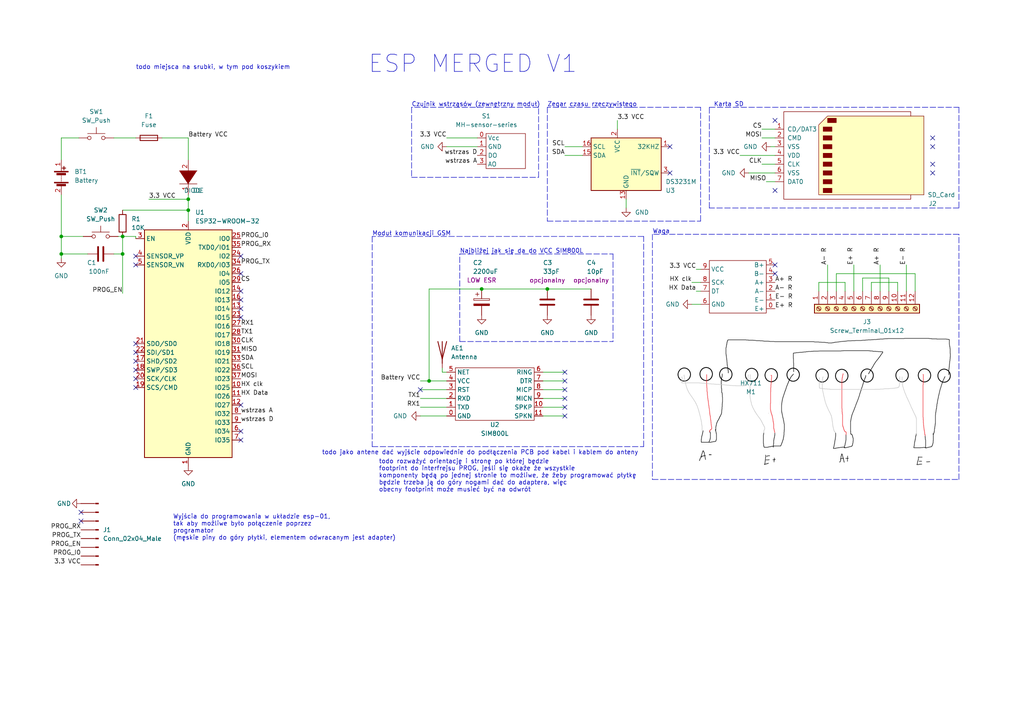
<source format=kicad_sch>
(kicad_sch (version 20211123) (generator eeschema)
  (paper "A4")
  (lib_symbols
    (symbol "Connector:Conn_01x08_Male" (pin_numbers hide) (pin_names (offset 1.016) hide)
      (property "Reference" "J" (at 0 10.16 0))
      (property "Value" "Conn_01x08_Male" (at 0 -12.7 0))
      (symbol "Conn_01x08_Male_1_1"
        (polyline (pts (xy 1.27 -10.16) (xy 0.8636 -10.16)) (stroke (width 0.1524)))
        (polyline (pts (xy 1.27 -7.62) (xy 0.8636 -7.62)) (stroke (width 0.1524)))
        (polyline (pts (xy 1.27 -5.08) (xy 0.8636 -5.08)) (stroke (width 0.1524)))
        (polyline (pts (xy 1.27 -2.54) (xy 0.8636 -2.54)) (stroke (width 0.1524)))
        (polyline (pts (xy 1.27 0) (xy 0.8636 0)) (stroke (width 0.1524)))
        (polyline (pts (xy 1.27 2.54) (xy 0.8636 2.54)) (stroke (width 0.1524)))
        (polyline (pts (xy 1.27 5.08) (xy 0.8636 5.08)) (stroke (width 0.1524)))
        (polyline (pts (xy 1.27 7.62) (xy 0.8636 7.62)) (stroke (width 0.1524)))
        (rectangle (start 0.8636 -10.033) (end 0 -10.287) (stroke (width 0.1524)) (fill (type outline)))
        (rectangle (start 0.8636 -7.493) (end 0 -7.747) (stroke (width 0.1524)) (fill (type outline)))
        (rectangle (start 0.8636 -4.953) (end 0 -5.207) (stroke (width 0.1524)) (fill (type outline)))
        (rectangle (start 0.8636 -2.413) (end 0 -2.667) (stroke (width 0.1524)) (fill (type outline)))
        (rectangle (start 0.8636 0.127) (end 0 -0.127) (stroke (width 0.1524)) (fill (type outline)))
        (rectangle (start 0.8636 2.667) (end 0 2.413) (stroke (width 0.1524)) (fill (type outline)))
        (rectangle (start 0.8636 5.207) (end 0 4.953) (stroke (width 0.1524)) (fill (type outline)))
        (rectangle (start 0.8636 7.747) (end 0 7.493) (stroke (width 0.1524)) (fill (type outline)))
        (pin passive line (at 5.08 7.62 180) (length 3.81) (name "Pin_1") (number "1"))
        (pin passive line (at 5.08 5.08 180) (length 3.81) (name "Pin_2") (number "2"))
        (pin passive line (at 5.08 2.54 180) (length 3.81) (name "Pin_3") (number "3"))
        (pin passive line (at 5.08 0 180) (length 3.81) (name "Pin_4") (number "4"))
        (pin passive line (at 5.08 -2.54 180) (length 3.81) (name "Pin_5") (number "5"))
        (pin passive line (at 5.08 -5.08 180) (length 3.81) (name "Pin_6") (number "6"))
        (pin passive line (at 5.08 -7.62 180) (length 3.81) (name "Pin_7") (number "7"))
        (pin passive line (at 5.08 -10.16 180) (length 3.81) (name "Pin_8") (number "8"))
      )
    )
    (symbol "Connector:SD_Card" (pin_names (offset 1.016))
      (property "Reference" "J2" (at 22.86 -13.97 0))
      (property "Value" "SD_Card" (at 25.4 -11.43 0))
      (symbol "SD_Card_0_1"
        (rectangle (start -8.89 -9.525) (end -6.35 -10.795) (fill (type outline)))
        (rectangle (start -8.89 -6.985) (end -6.35 -8.255) (fill (type outline)))
        (rectangle (start -8.89 -4.445) (end -6.35 -5.715) (fill (type outline)))
        (rectangle (start -8.89 -1.905) (end -6.35 -3.175) (fill (type outline)))
        (rectangle (start -8.89 0.635) (end -6.35 -0.635) (fill (type outline)))
        (rectangle (start -8.89 3.175) (end -6.35 1.905) (fill (type outline)))
        (rectangle (start -8.89 5.715) (end -6.35 4.445) (fill (type outline)))
        (rectangle (start -8.89 8.255) (end -6.35 6.985) (fill (type outline)))
        (rectangle (start -7.62 10.795) (end -5.08 9.525) (fill (type outline)))
        (polyline (pts (xy -10.16 8.89) (xy -7.62 11.43) (xy 20.32 11.43) (xy 20.32 -11.43) (xy -10.16 -11.43) (xy -10.16 8.89)) (fill (type background)))
        (polyline (pts (xy 16.51 11.43) (xy 16.51 12.7) (xy -20.32 12.7) (xy -20.32 -12.7) (xy 16.51 -12.7) (xy 16.51 -11.43)))
      )
      (symbol "SD_Card_1_1"
        (pin input line (at -22.86 7.62 0) (length 2.54) (name "CD/DAT3") (number "1"))
        (pin input line (at -22.86 5.08 0) (length 2.54) (name "CMD") (number "2"))
        (pin power_in line (at -22.86 2.54 0) (length 2.54) (name "VSS") (number "3"))
        (pin passive line (at -22.86 0 0) (length 2.54) (name "VDD") (number "4"))
        (pin input line (at -22.86 -2.54 0) (length 2.54) (name "CLK") (number "5"))
        (pin power_in line (at -22.86 -5.08 0) (length 2.54) (name "VSS") (number "6"))
        (pin input line (at -22.86 -7.62 0) (length 2.54) (name "DAT0") (number "7"))
      )
    )
    (symbol "Connector:Screw_Terminal_01x12" (pin_names (offset 1.016) hide)
      (property "Reference" "J" (at 0 15.24 0))
      (property "Value" "Screw_Terminal_01x12" (at 0 -17.78 0))
      (symbol "Screw_Terminal_01x12_1_1"
        (rectangle (start -1.27 13.97) (end 1.27 -16.51) (stroke (width 0.254)) (fill (type background)))
        (circle (center 0 -15.24) (radius 0.635) (stroke (width 0.1524)))
        (circle (center 0 -12.7) (radius 0.635) (stroke (width 0.1524)))
        (circle (center 0 -10.16) (radius 0.635) (stroke (width 0.1524)))
        (circle (center 0 -7.62) (radius 0.635) (stroke (width 0.1524)))
        (circle (center 0 -5.08) (radius 0.635) (stroke (width 0.1524)))
        (circle (center 0 -2.54) (radius 0.635) (stroke (width 0.1524)))
        (polyline (pts (xy -0.5334 -14.9098) (xy 0.3302 -15.748)) (stroke (width 0.1524)))
        (polyline (pts (xy -0.5334 -12.3698) (xy 0.3302 -13.208)) (stroke (width 0.1524)))
        (polyline (pts (xy -0.5334 -9.8298) (xy 0.3302 -10.668)) (stroke (width 0.1524)))
        (polyline (pts (xy -0.5334 -7.2898) (xy 0.3302 -8.128)) (stroke (width 0.1524)))
        (polyline (pts (xy -0.5334 -4.7498) (xy 0.3302 -5.588)) (stroke (width 0.1524)))
        (polyline (pts (xy -0.5334 -2.2098) (xy 0.3302 -3.048)) (stroke (width 0.1524)))
        (polyline (pts (xy -0.5334 0.3302) (xy 0.3302 -0.508)) (stroke (width 0.1524)))
        (polyline (pts (xy -0.5334 2.8702) (xy 0.3302 2.032)) (stroke (width 0.1524)))
        (polyline (pts (xy -0.5334 5.4102) (xy 0.3302 4.572)) (stroke (width 0.1524)))
        (polyline (pts (xy -0.5334 7.9502) (xy 0.3302 7.112)) (stroke (width 0.1524)))
        (polyline (pts (xy -0.5334 10.4902) (xy 0.3302 9.652)) (stroke (width 0.1524)))
        (polyline (pts (xy -0.5334 13.0302) (xy 0.3302 12.192)) (stroke (width 0.1524)))
        (polyline (pts (xy -0.3556 -14.732) (xy 0.508 -15.5702)) (stroke (width 0.1524)))
        (polyline (pts (xy -0.3556 -12.192) (xy 0.508 -13.0302)) (stroke (width 0.1524)))
        (polyline (pts (xy -0.3556 -9.652) (xy 0.508 -10.4902)) (stroke (width 0.1524)))
        (polyline (pts (xy -0.3556 -7.112) (xy 0.508 -7.9502)) (stroke (width 0.1524)))
        (polyline (pts (xy -0.3556 -4.572) (xy 0.508 -5.4102)) (stroke (width 0.1524)))
        (polyline (pts (xy -0.3556 -2.032) (xy 0.508 -2.8702)) (stroke (width 0.1524)))
        (polyline (pts (xy -0.3556 0.508) (xy 0.508 -0.3302)) (stroke (width 0.1524)))
        (polyline (pts (xy -0.3556 3.048) (xy 0.508 2.2098)) (stroke (width 0.1524)))
        (polyline (pts (xy -0.3556 5.588) (xy 0.508 4.7498)) (stroke (width 0.1524)))
        (polyline (pts (xy -0.3556 8.128) (xy 0.508 7.2898)) (stroke (width 0.1524)))
        (polyline (pts (xy -0.3556 10.668) (xy 0.508 9.8298)) (stroke (width 0.1524)))
        (polyline (pts (xy -0.3556 13.208) (xy 0.508 12.3698)) (stroke (width 0.1524)))
        (circle (center 0 0) (radius 0.635) (stroke (width 0.1524)))
        (circle (center 0 2.54) (radius 0.635) (stroke (width 0.1524)))
        (circle (center 0 5.08) (radius 0.635) (stroke (width 0.1524)))
        (circle (center 0 7.62) (radius 0.635) (stroke (width 0.1524)))
        (circle (center 0 10.16) (radius 0.635) (stroke (width 0.1524)))
        (circle (center 0 12.7) (radius 0.635) (stroke (width 0.1524)))
        (pin passive line (at -5.08 12.7 0) (length 3.81) (name "Pin_1") (number "1"))
        (pin passive line (at -5.08 -10.16 0) (length 3.81) (name "Pin_10") (number "10"))
        (pin passive line (at -5.08 -12.7 0) (length 3.81) (name "Pin_11") (number "11"))
        (pin passive line (at -5.08 -15.24 0) (length 3.81) (name "Pin_12") (number "12"))
        (pin passive line (at -5.08 10.16 0) (length 3.81) (name "Pin_2") (number "2"))
        (pin passive line (at -5.08 7.62 0) (length 3.81) (name "Pin_3") (number "3"))
        (pin passive line (at -5.08 5.08 0) (length 3.81) (name "Pin_4") (number "4"))
        (pin passive line (at -5.08 2.54 0) (length 3.81) (name "Pin_5") (number "5"))
        (pin passive line (at -5.08 0 0) (length 3.81) (name "Pin_6") (number "6"))
        (pin passive line (at -5.08 -2.54 0) (length 3.81) (name "Pin_7") (number "7"))
        (pin passive line (at -5.08 -5.08 0) (length 3.81) (name "Pin_8") (number "8"))
        (pin passive line (at -5.08 -7.62 0) (length 3.81) (name "Pin_9") (number "9"))
      )
    )
    (symbol "Device:Antenna" (pin_numbers hide) (pin_names (offset 1.016) hide)
      (property "Reference" "AE" (at -1.905 1.905 0))
      (property "Value" "Antenna" (at -1.905 0 0))
      (symbol "Antenna_0_1"
        (polyline (pts (xy 0 2.54) (xy 0 -3.81)) (stroke (width 0.254)))
        (polyline (pts (xy 1.27 2.54) (xy 0 -2.54) (xy -1.27 2.54)) (stroke (width 0.254)))
      )
      (symbol "Antenna_1_1"
        (pin input line (at 0 -5.08 90) (length 2.54) (name "A") (number "1"))
      )
    )
    (symbol "Device:Battery" (pin_names (offset 0) hide)
      (property "Reference" "BT" (at 2.54 2.54 0))
      (property "Value" "Battery" (at 2.54 0 0))
      (symbol "Battery_0_1"
        (rectangle (start -2.032 -1.397) (end 2.032 -1.651) (fill (type outline)))
        (rectangle (start -2.032 1.778) (end 2.032 1.524) (fill (type outline)))
        (rectangle (start -1.3208 -1.9812) (end 1.27 -2.4892) (fill (type outline)))
        (rectangle (start -1.3208 1.1938) (end 1.27 0.6858) (fill (type outline)))
        (polyline (pts (xy 0 -1.524) (xy 0 -1.27)))
        (polyline (pts (xy 0 -1.016) (xy 0 -0.762)))
        (polyline (pts (xy 0 -0.508) (xy 0 -0.254)))
        (polyline (pts (xy 0 0) (xy 0 0.254)))
        (polyline (pts (xy 0 0.508) (xy 0 0.762)))
        (polyline (pts (xy 0 1.778) (xy 0 2.54)))
        (polyline (pts (xy 0.254 2.667) (xy 1.27 2.667)) (stroke (width 0.254)))
        (polyline (pts (xy 0.762 3.175) (xy 0.762 2.159)) (stroke (width 0.254)))
      )
      (symbol "Battery_1_1"
        (pin passive line (at 0 5.08 270) (length 2.54) (name "+") (number "1"))
        (pin passive line (at 0 -5.08 90) (length 2.54) (name "-") (number "2"))
      )
    )
    (symbol "Device:C" (pin_numbers hide) (pin_names (offset 0.254))
      (property "Reference" "C" (at 0.635 2.54 0))
      (property "Value" "C" (at 0.635 -2.54 0))
      (symbol "C_0_1"
        (polyline (pts (xy -2.032 -0.762) (xy 2.032 -0.762)) (stroke (width 0.508)))
        (polyline (pts (xy -2.032 0.762) (xy 2.032 0.762)) (stroke (width 0.508)))
      )
      (symbol "C_1_1"
        (pin passive line (at 0 3.81 270) (length 2.794) (name "~") (number "1"))
        (pin passive line (at 0 -3.81 90) (length 2.794) (name "~") (number "2"))
      )
    )
    (symbol "Device:C_Polarized" (pin_numbers hide) (pin_names (offset 0.254))
      (property "Reference" "C" (at 0.635 2.54 0))
      (property "Value" "C_Polarized" (at 0.635 -2.54 0))
      (symbol "C_Polarized_0_1"
        (rectangle (start -2.286 0.508) (end 2.286 1.016))
        (polyline (pts (xy -1.778 2.286) (xy -0.762 2.286)))
        (polyline (pts (xy -1.27 2.794) (xy -1.27 1.778)))
        (rectangle (start 2.286 -0.508) (end -2.286 -1.016) (fill (type outline)))
      )
      (symbol "C_Polarized_1_1"
        (pin passive line (at 0 3.81 270) (length 2.794) (name "~") (number "1"))
        (pin passive line (at 0 -3.81 90) (length 2.794) (name "~") (number "2"))
      )
    )
    (symbol "Device:Fuse" (pin_numbers hide) (pin_names (offset 0))
      (property "Reference" "F" (at 2.032 0 90))
      (property "Value" "Fuse" (at -1.905 0 90))
      (symbol "Fuse_0_1"
        (rectangle (start -0.762 -2.54) (end 0.762 2.54) (stroke (width 0.254)))
        (polyline (pts (xy 0 2.54) (xy 0 -2.54)))
      )
      (symbol "Fuse_1_1"
        (pin passive line (at 0 3.81 270) (length 1.27) (name "~") (number "1"))
        (pin passive line (at 0 -3.81 90) (length 1.27) (name "~") (number "2"))
      )
    )
    (symbol "Device:R" (pin_numbers hide) (pin_names (offset 0))
      (property "Reference" "R" (at 2.032 0 90))
      (property "Value" "R" (at 0 0 90))
      (symbol "R_0_1"
        (rectangle (start -1.016 -2.54) (end 1.016 2.54) (stroke (width 0.254)))
      )
      (symbol "R_1_1"
        (pin passive line (at 0 3.81 270) (length 1.27) (name "~") (number "1"))
        (pin passive line (at 0 -3.81 90) (length 1.27) (name "~") (number "2"))
      )
    )
    (symbol "RF_Module:ESP32-WROOM-32"
      (property "Reference" "U1" (at 2.0194 38.1 0))
      (property "Value" "ESP32-WROOM-32" (at 2.0194 35.56 0))
      (symbol "ESP32-WROOM-32_0_1"
        (rectangle (start -12.7 33.02) (end 12.7 -33.02) (stroke (width 0.254)) (fill (type background)))
      )
      (symbol "ESP32-WROOM-32_1_1"
        (pin power_in line (at 0 -35.56 90) (length 2.54) (name "GND") (number "1"))
        (pin bidirectional line (at 15.24 -12.7 180) (length 2.54) (name "IO25") (number "10"))
        (pin bidirectional line (at 15.24 -15.24 180) (length 2.54) (name "IO26") (number "11"))
        (pin bidirectional line (at 15.24 -17.78 180) (length 2.54) (name "IO27") (number "12"))
        (pin bidirectional line (at 15.24 10.16 180) (length 2.54) (name "IO14") (number "13"))
        (pin bidirectional line (at 15.24 15.24 180) (length 2.54) (name "IO12") (number "14"))
        (pin passive line (at 0 -35.56 90) (length 2.54) hide (name "GND") (number "15"))
        (pin bidirectional line (at 15.24 12.7 180) (length 2.54) (name "IO13") (number "16"))
        (pin bidirectional line (at -15.24 -5.08 0) (length 2.54) (name "SHD/SD2") (number "17"))
        (pin bidirectional line (at -15.24 -7.62 0) (length 2.54) (name "SWP/SD3") (number "18"))
        (pin bidirectional line (at -15.24 -12.7 0) (length 2.54) (name "SCS/CMD") (number "19"))
        (pin passive line (at 0 35.56 270) (length 2.54) (name "VDD") (number "2"))
        (pin bidirectional line (at -15.24 -10.16 0) (length 2.54) (name "SCK/CLK") (number "20"))
        (pin bidirectional line (at -15.24 0 0) (length 2.54) (name "SDO/SD0") (number "21"))
        (pin bidirectional line (at -15.24 -2.54 0) (length 2.54) (name "SDI/SD1") (number "22"))
        (pin bidirectional line (at 15.24 7.62 180) (length 2.54) (name "IO15") (number "23"))
        (pin bidirectional line (at 15.24 25.4 180) (length 2.54) (name "IO2") (number "24"))
        (pin bidirectional line (at 15.24 30.48 180) (length 2.54) (name "IO0") (number "25"))
        (pin bidirectional line (at 15.24 20.32 180) (length 2.54) (name "IO4") (number "26"))
        (pin bidirectional line (at 15.24 5.08 180) (length 2.54) (name "IO16") (number "27"))
        (pin bidirectional line (at 15.24 2.54 180) (length 2.54) (name "IO17") (number "28"))
        (pin bidirectional line (at 15.24 17.78 180) (length 2.54) (name "IO5") (number "29"))
        (pin input line (at -15.24 30.48 0) (length 2.54) (name "EN") (number "3"))
        (pin bidirectional line (at 15.24 0 180) (length 2.54) (name "IO18") (number "30"))
        (pin bidirectional line (at 15.24 -2.54 180) (length 2.54) (name "IO19") (number "31"))
        (pin no_connect line (at -12.7 -27.94 0) (length 2.54) hide (name "NC") (number "32"))
        (pin bidirectional line (at 15.24 -5.08 180) (length 2.54) (name "IO21") (number "33"))
        (pin bidirectional line (at 15.24 22.86 180) (length 2.54) (name "RXD0/IO3") (number "34"))
        (pin bidirectional line (at 15.24 27.94 180) (length 2.54) (name "TXD0/IO1") (number "35"))
        (pin bidirectional line (at 15.24 -7.62 180) (length 2.54) (name "IO22") (number "36"))
        (pin bidirectional line (at 15.24 -10.16 180) (length 2.54) (name "IO23") (number "37"))
        (pin passive line (at 0 -35.56 90) (length 2.54) hide (name "GND") (number "38"))
        (pin passive line (at 0 -35.56 90) (length 2.54) hide (name "GND") (number "39"))
        (pin input line (at -15.24 25.4 0) (length 2.54) (name "SENSOR_VP") (number "4"))
        (pin input line (at -15.24 22.86 0) (length 2.54) (name "SENSOR_VN") (number "5"))
        (pin input line (at 15.24 -25.4 180) (length 2.54) (name "IO34") (number "6"))
        (pin input line (at 15.24 -27.94 180) (length 2.54) (name "IO35") (number "7"))
        (pin bidirectional line (at 15.24 -20.32 180) (length 2.54) (name "IO32") (number "8"))
        (pin bidirectional line (at 15.24 -22.86 180) (length 2.54) (name "IO33") (number "9"))
      )
    )
    (symbol "Switch:SW_Push" (pin_numbers hide) (pin_names (offset 1.016) hide)
      (property "Reference" "SW" (at 1.27 2.54 0))
      (property "Value" "SW_Push" (at 0 -1.524 0))
      (symbol "SW_Push_0_1"
        (circle (center -2.032 0) (radius 0.508))
        (polyline (pts (xy 0 1.27) (xy 0 3.048)))
        (polyline (pts (xy 2.54 1.27) (xy -2.54 1.27)))
        (circle (center 2.032 0) (radius 0.508))
        (pin passive line (at -5.08 0 0) (length 2.54) (name "1") (number "1"))
        (pin passive line (at 5.08 0 180) (length 2.54) (name "2") (number "2"))
      )
    )
    (symbol "Timer_RTC:DS3231M"
      (property "Reference" "U3" (at 11.43 -7.62 0))
      (property "Value" "DS3231M" (at 11.43 -5.08 0))
      (symbol "DS3231M_0_1"
        (rectangle (start -10.16 7.62) (end 10.16 -7.62) (stroke (width 0.254)) (fill (type background)))
      )
      (symbol "DS3231M_1_1"
        (pin open_collector line (at 12.7 5.08 180) (length 2.54) (name "32KHZ") (number "1"))
        (pin power_in line (at 0 -10.16 90) (length 2.54) (name "GND") (number "13"))
        (pin bidirectional line (at -12.7 2.54 0) (length 2.54) (name "SDA") (number "15"))
        (pin input line (at -12.7 5.08 0) (length 2.54) (name "SCL") (number "16"))
        (pin passive line (at -2.54 10.16 270) (length 2.54) (name "VCC") (number "2"))
        (pin open_collector line (at 12.7 -2.54 180) (length 2.54) (name "~{INT}/SQW") (number "3"))
      )
    )
    (symbol "power:GND" (power) (pin_names (offset 0))
      (property "Value" "GND" (at 0 -3.81 0))
      (symbol "GND_0_1"
        (polyline (pts (xy 0 0) (xy 0 -1.27) (xy 1.27 -1.27) (xy 0 -2.54) (xy -1.27 -1.27) (xy 0 -1.27)))
      )
      (symbol "GND_1_1"
        (pin power_in line (at 0 0 270) (length 0) hide (name "GND") (number "1"))
      )
    )
    (symbol "pspice:DIODE" (pin_names (offset 1.016) hide)
      (property "Reference" "D1" (at 3.81 1.2701 90))
      (property "Value" "DIODE" (at 3.81 -1.2699 90))
      (symbol "DIODE_0_1"
        (polyline (pts (xy 1.905 2.54) (xy 1.905 -2.54)))
        (polyline (pts (xy -1.905 2.54) (xy -1.905 -2.54) (xy 1.905 0)) (fill (type outline)))
      )
      (symbol "DIODE_1_1"
        (pin input line (at 5.08 0 180) (length 3.81) (name "A") (number "1"))
        (pin input line (at -5.08 0 0) (length 3.81) (name "K") (number "2"))
      )
    )
    (symbol "wlasna_biblioteka1:HX711"
      (property "Reference" "M1" (at -1.905 21.59 0))
      (property "Value" "HX711" (at -1.905 19.05 0))
      (symbol "HX711_0_1"
        (rectangle (start -6.35 -1.27) (end 10.16 -16.51))
      )
      (symbol "HX711_1_1"
        (pin input line (at -8.89 -2.54 0) (length 2.54) (name "E+") (number "0"))
        (pin input line (at -8.89 -5.08 0) (length 2.54) (name "E-") (number "1"))
        (pin input line (at -8.89 -7.62 0) (length 2.54) (name "A-") (number "2"))
        (pin input line (at -8.89 -10.16 0) (length 2.54) (name "A+") (number "3"))
        (pin input line (at -8.89 -12.7 0) (length 2.54) (name "B-") (number "4"))
        (pin input line (at -8.89 -15.24 0) (length 2.54) (name "B+") (number "5"))
        (pin power_out line (at 12.7 -3.81 180) (length 2.54) (name "GND") (number "6"))
        (pin output line (at 12.7 -7.62 180) (length 2.54) (name "DT") (number "7"))
        (pin output line (at 12.7 -10.16 180) (length 2.54) (name "SCK") (number "8"))
        (pin passive line (at 12.7 -13.97 180) (length 2.54) (name "VCC") (number "9"))
      )
    )
    (symbol "wlasna_biblioteka1:MH-sensor-series"
      (property "Reference" "S" (at 5.715 4.445 0))
      (property "Value" "MH-sensor-series" (at 5.715 2.54 0))
      (symbol "MH-sensor-series_0_1"
        (rectangle (start 0 0) (end 11.43 -10.16))
      )
      (symbol "MH-sensor-series_1_1"
        (pin passive line (at -2.54 -1.27 0) (length 2.54) (name "Vcc") (number "0"))
        (pin passive line (at -2.54 -3.81 0) (length 2.54) (name "GND") (number "1"))
        (pin output line (at -2.54 -6.35 0) (length 2.54) (name "DO") (number "2"))
        (pin output line (at -2.54 -8.89 0) (length 2.54) (name "AO") (number "3"))
      )
    )
    (symbol "wlasna_biblioteka1:SIM800L"
      (property "Reference" "U" (at -5.715 -5.715 0))
      (property "Value" "SIM800L" (at -2.54 -3.81 0))
      (symbol "SIM800L_0_1"
        (rectangle (start -12.7 -6.985) (end 10.16 -22.225))
      )
      (symbol "SIM800L_1_1"
        (pin passive line (at -15.24 -20.955 0) (length 2.54) (name "GND") (number "0"))
        (pin output line (at -15.24 -18.415 0) (length 2.54) (name "TXD") (number "1"))
        (pin output line (at 12.7 -18.415 180) (length 2.54) (name "SPKP") (number "10"))
        (pin output line (at 12.7 -20.955 180) (length 2.54) (name "SPKN") (number "11"))
        (pin input line (at -15.24 -15.875 0) (length 2.54) (name "RXD") (number "2"))
        (pin input line (at -15.24 -13.335 0) (length 2.54) (name "RST") (number "3"))
        (pin passive line (at -15.24 -10.795 0) (length 2.54) (name "VCC") (number "4"))
        (pin output line (at -15.24 -8.255 0) (length 2.54) (name "NET") (number "5"))
        (pin bidirectional line (at 12.7 -8.255 180) (length 2.54) (name "RING") (number "6"))
        (pin bidirectional line (at 12.7 -10.795 180) (length 2.54) (name "DTR") (number "7"))
        (pin input line (at 12.7 -13.335 180) (length 2.54) (name "MICP") (number "8"))
        (pin input line (at 12.7 -15.875 180) (length 2.54) (name "MICN") (number "9"))
      )
    )
  )
  (junction (at 54.61 60.96))
  (junction (at 158.75 83.82))
  (junction (at 17.78 73.66))
  (junction (at 35.56 68.58))
  (junction (at 17.78 68.58))
  (junction (at 139.7 83.82))
  (junction (at 54.61 57.785))
  (junction (at 124.46 110.49))
  (junction (at 35.56 73.66))
  (no_connect (at 163.83 115.57))
  (no_connect (at 270.51 47.625))
  (no_connect (at 39.37 99.695))
  (no_connect (at 39.37 76.835))
  (no_connect (at 194.31 42.545))
  (no_connect (at 224.79 76.835))
  (no_connect (at 69.85 89.535))
  (no_connect (at 39.37 104.775))
  (no_connect (at 224.79 55.245))
  (no_connect (at 270.51 50.165))
  (no_connect (at 270.51 42.545))
  (no_connect (at 163.83 107.95))
  (no_connect (at 69.85 84.455))
  (no_connect (at 121.92 113.03))
  (no_connect (at 163.83 113.03))
  (no_connect (at 39.37 102.235))
  (no_connect (at 163.83 110.49))
  (no_connect (at 23.495 151.13))
  (no_connect (at 39.37 109.855))
  (no_connect (at 23.495 148.59))
  (no_connect (at 69.85 117.475))
  (no_connect (at 224.79 34.925))
  (no_connect (at 163.83 120.65))
  (no_connect (at 69.85 79.375))
  (no_connect (at 69.85 74.295))
  (no_connect (at 69.85 92.075))
  (no_connect (at 69.85 125.095))
  (no_connect (at 224.79 79.375))
  (no_connect (at 163.83 118.11))
  (no_connect (at 39.37 107.315))
  (no_connect (at 270.51 40.005))
  (no_connect (at 69.85 127.635))
  (no_connect (at 39.37 112.395))
  (no_connect (at 39.37 74.295))
  (no_connect (at 69.85 86.995))
  (no_connect (at 194.31 50.165))
  (wire (pts (xy 158.75 83.82) (xy 171.45 83.82)))
  (wire (pts (xy 34.29 68.58) (xy 35.56 68.58)))
  (wire (pts (xy 46.99 40.005) (xy 54.61 40.005)))
  (wire (pts (xy 163.83 120.65) (xy 157.48 120.65)))
  (wire (pts (xy 129.54 40.005) (xy 138.43 40.005)))
  (polyline (pts (xy 107.95 129.54) (xy 186.69 129.54)))
  (polyline (pts (xy 158.75 64.135) (xy 203.2 64.135)))
  (wire (pts (xy 163.83 113.03) (xy 157.48 113.03)))
  (polyline (pts (xy 133.35 73.66) (xy 177.8 73.66)))
  (polyline (pts (xy 205.74 60.325) (xy 205.74 31.115)))
  (wire (pts (xy 39.37 68.58) (xy 39.37 69.215)))
  (wire (pts (xy 255.27 76.835) (xy 255.27 84.455)))
  (wire (pts (xy 217.17 50.165) (xy 224.79 50.165)))
  (polyline (pts (xy 119.38 31.115) (xy 119.38 51.435)))
  (wire (pts (xy 163.83 45.085) (xy 168.91 45.085)))
  (wire (pts (xy 128.27 107.95) (xy 129.54 107.95)))
  (wire (pts (xy 247.65 76.835) (xy 247.65 84.455)))
  (wire (pts (xy 237.49 84.455) (xy 237.49 81.915)))
  (wire (pts (xy 129.54 120.65) (xy 121.92 120.65)))
  (wire (pts (xy 200.66 88.265) (xy 203.2 88.265)))
  (wire (pts (xy 260.35 81.915) (xy 260.35 84.455)))
  (polyline (pts (xy 158.75 31.115) (xy 158.75 64.135)))
  (wire (pts (xy 262.89 76.835) (xy 262.89 84.455)))
  (wire (pts (xy 33.02 40.005) (xy 39.37 40.005)))
  (polyline (pts (xy 133.35 99.06) (xy 133.35 73.66)))
  (wire (pts (xy 265.43 79.375) (xy 265.43 84.455)))
  (wire (pts (xy 240.03 76.835) (xy 240.03 84.455)))
  (wire (pts (xy 54.61 60.96) (xy 54.61 57.785)))
  (wire (pts (xy 17.78 56.515) (xy 17.78 68.58)))
  (wire (pts (xy 222.25 52.705) (xy 224.79 52.705)))
  (wire (pts (xy 33.02 73.66) (xy 35.56 73.66)))
  (wire (pts (xy 17.78 73.66) (xy 25.4 73.66)))
  (wire (pts (xy 17.78 73.66) (xy 17.78 74.93)))
  (polyline (pts (xy 119.38 51.435) (xy 156.21 51.435)))
  (wire (pts (xy 257.81 80.645) (xy 257.81 84.455)))
  (wire (pts (xy 54.61 60.96) (xy 35.56 60.96)))
  (wire (pts (xy 181.61 60.325) (xy 181.61 57.785)))
  (polyline (pts (xy 107.95 68.58) (xy 107.95 129.54)))
  (wire (pts (xy 220.98 37.465) (xy 224.79 37.465)))
  (polyline (pts (xy 278.13 67.945) (xy 189.23 67.945)))
  (wire (pts (xy 17.78 40.005) (xy 22.86 40.005)))
  (wire (pts (xy 129.54 113.03) (xy 121.92 113.03)))
  (polyline (pts (xy 189.23 139.065) (xy 278.13 139.065)))
  (wire (pts (xy 163.83 107.95) (xy 157.48 107.95)))
  (wire (pts (xy 242.57 79.375) (xy 265.43 79.375)))
  (wire (pts (xy 124.46 110.49) (xy 129.54 110.49)))
  (wire (pts (xy 35.56 73.66) (xy 35.56 85.09)))
  (polyline (pts (xy 203.2 31.115) (xy 158.75 31.115)))
  (polyline (pts (xy 186.69 68.58) (xy 107.95 68.58)))
  (wire (pts (xy 54.61 57.785) (xy 43.18 57.785)))
  (polyline (pts (xy 278.13 31.115) (xy 278.13 60.325)))
  (wire (pts (xy 17.78 68.58) (xy 24.13 68.58)))
  (wire (pts (xy 250.19 80.645) (xy 257.81 80.645)))
  (wire (pts (xy 252.73 81.915) (xy 260.35 81.915)))
  (wire (pts (xy 124.46 83.82) (xy 139.7 83.82)))
  (wire (pts (xy 237.49 81.915) (xy 245.11 81.915)))
  (wire (pts (xy 121.92 110.49) (xy 124.46 110.49)))
  (wire (pts (xy 163.83 118.11) (xy 157.48 118.11)))
  (polyline (pts (xy 203.2 64.135) (xy 203.2 31.115)))
  (polyline (pts (xy 189.23 67.945) (xy 189.23 139.065)))
  (wire (pts (xy 124.46 83.82) (xy 124.46 110.49)))
  (wire (pts (xy 128.27 107.95) (xy 128.27 106.68)))
  (wire (pts (xy 35.56 68.58) (xy 39.37 68.58)))
  (polyline (pts (xy 278.13 139.065) (xy 278.13 67.945)))
  (wire (pts (xy 250.19 84.455) (xy 250.19 80.645)))
  (wire (pts (xy 220.98 40.005) (xy 224.79 40.005)))
  (wire (pts (xy 54.61 46.355) (xy 54.61 40.005)))
  (wire (pts (xy 139.7 83.82) (xy 158.75 83.82)))
  (wire (pts (xy 35.56 68.58) (xy 35.56 73.66)))
  (wire (pts (xy 54.61 64.135) (xy 54.61 60.96)))
  (wire (pts (xy 163.83 110.49) (xy 157.48 110.49)))
  (wire (pts (xy 214.63 45.085) (xy 224.79 45.085)))
  (wire (pts (xy 201.93 78.105) (xy 203.2 78.105)))
  (wire (pts (xy 163.83 115.57) (xy 157.48 115.57)))
  (polyline (pts (xy 278.13 60.325) (xy 205.74 60.325)))
  (wire (pts (xy 17.78 46.355) (xy 17.78 40.005)))
  (wire (pts (xy 242.57 84.455) (xy 242.57 79.375)))
  (wire (pts (xy 245.11 81.915) (xy 245.11 84.455)))
  (polyline (pts (xy 156.21 31.115) (xy 119.38 31.115)))
  (wire (pts (xy 201.93 84.455) (xy 203.2 84.455)))
  (wire (pts (xy 220.98 47.625) (xy 224.79 47.625)))
  (polyline (pts (xy 133.35 99.06) (xy 177.8 99.06)))
  (wire (pts (xy 17.78 68.58) (xy 17.78 73.66)))
  (polyline (pts (xy 177.8 73.66) (xy 177.8 99.06)))
  (wire (pts (xy 163.83 42.545) (xy 168.91 42.545)))
  (wire (pts (xy 129.54 115.57) (xy 121.92 115.57)))
  (polyline (pts (xy 205.74 31.115) (xy 278.13 31.115)))
  (wire (pts (xy 223.52 42.545) (xy 224.79 42.545)))
  (polyline (pts (xy 186.69 129.54) (xy 186.69 68.58)))
  (wire (pts (xy 129.54 42.545) (xy 138.43 42.545)))
  (polyline (pts (xy 156.21 51.435) (xy 156.21 31.115)))
  (wire (pts (xy 54.61 57.785) (xy 54.61 56.515)))
  (wire (pts (xy 252.73 84.455) (xy 252.73 81.915)))
  (wire (pts (xy 129.54 118.11) (xy 121.92 118.11)))
  (wire (pts (xy 200.66 81.915) (xy 203.2 81.915)))
  (wire (pts (xy 179.07 34.925) (xy 179.07 37.465)))
  (image (at 233.68 117.475) (scale 0.560199))
  (text "ESP MERGED V1" (at 106.68 21.59 0) (effects (font (size 5 5)) (justify left bottom)))
  (text "Karta SD" (at 207.01 31.115 0) (effects (font (size 1.27 1.27)) (justify left bottom)))
  (text "todo rozważyć orientację i stronę po której będzie\nfootprint do interfrejsu PROG, jeśli się okaże że wszystkie\nkomponenty będą po jednej stronie to możliwe, że żeby programować płytkę\nbędzie trzeba ją do góry nogami dać do adaptera, więc\nobecny footprint może musieć być na odwrót" (at 109.855 142.875 0) (effects (font (size 1.27 1.27)) (justify left bottom)))
  (text "Najbliżej jak się da do VCC SIM800L" (at 133.35 73.66 0) (effects (font (size 1.27 1.27)) (justify left bottom)))
  (text "Czujnik wstrząsów (zewnętrzny moduł)" (at 119.38 31.115 0) (effects (font (size 1.27 1.27)) (justify left bottom)))
  (text "Zegar czasu rzeczywistego" (at 158.75 31.115 0) (effects (font (size 1.27 1.27)) (justify left bottom)))
  (text "todo jako antene dać wyjście odpowiednie do podłączenia PCB pod kabel i kablem do anteny " (at 93.345 132.08 0) (effects (font (size 1.27 1.27)) (justify left bottom)))
  (text "Waga" (at 189.23 67.945 0) (effects (font (size 1.27 1.27)) (justify left bottom)))
  (text "Moduł komunikacji GSM" (at 107.95 68.58 0) (effects (font (size 1.27 1.27)) (justify left bottom)))
  (text "Wyjścia do programowania w układzie esp-01,\ntak aby możliwe było połączenie poprzez\nprogramator\n(męskie piny do góry płytki, elementem odwracanym jest adapter)" (at 50.165 156.845 0) (effects (font (size 1.27 1.27)) (justify left bottom)))
  (text "todo miejsca na srubki, w tym pod koszykiem" (at 39.37 20.32 0) (effects (font (size 1.27 1.27)) (justify left bottom)))
  (label "CS" (at 69.85 81.915 0))
  (label "E- R" (at 224.79 86.995 0))
  (label "E+ R" (at 247.65 76.835 90))
  (label "3.3 VCC" (at 129.54 40.005 180))
  (label "RX1" (at 69.85 94.615 0))
  (label "wstrzas A" (at 138.43 47.625 180))
  (label "E+ R" (at 224.79 89.535 0))
  (label "Battery VCC" (at 121.92 110.49 180))
  (label "3.3 VCC" (at 201.93 78.105 180))
  (label "wstrzas A" (at 69.85 120.015 0))
  (label "3.3 VCC" (at 43.18 57.785 0))
  (label "3.3 VCC" (at 179.07 34.925 0))
  (label "PROG_RX" (at 23.495 153.67 180))
  (label "MISO" (at 69.85 102.235 0))
  (label "PROG_I0" (at 69.85 69.215 0))
  (label "HX clk" (at 69.85 112.395 0))
  (label "SDA" (at 69.85 104.775 0))
  (label "wstrzas D" (at 138.43 45.085 180))
  (label "SCL" (at 69.85 107.315 0))
  (label "RX1" (at 121.92 118.11 180))
  (label "PROG_TX" (at 23.495 156.21 180))
  (label "A- R" (at 224.79 84.455 0))
  (label "PROG_I0" (at 23.495 161.29 180))
  (label "Battery VCC" (at 54.61 40.005 0))
  (label "HX clk" (at 200.66 81.915 180))
  (label "PROG_RX" (at 69.85 71.755 0))
  (label "A+ R" (at 224.79 81.915 0))
  (label "CLK" (at 69.85 99.695 0))
  (label "wstrzas D" (at 69.85 122.555 0))
  (label "TX1" (at 69.85 97.155 0))
  (label "HX Data" (at 201.93 84.455 180))
  (label "MISO" (at 222.25 52.705 180))
  (label "HX Data" (at 69.85 114.935 0))
  (label "A- R" (at 240.03 76.835 90))
  (label "MOSI" (at 220.98 40.005 180))
  (label "A+ R" (at 255.27 76.835 90))
  (label "PROG_EN" (at 35.56 85.09 180))
  (label "SCL" (at 163.83 42.545 180))
  (label "3.3 VCC" (at 23.495 163.83 180))
  (label "E- R" (at 262.89 76.835 90))
  (label "PROG_EN" (at 23.495 158.75 180))
  (label "MOSI" (at 69.85 109.855 0))
  (label "TX1" (at 121.92 115.57 180))
  (label "CS" (at 220.98 37.465 180))
  (label "3.3 VCC" (at 214.63 45.085 180))
  (label "CLK" (at 220.98 47.625 180))
  (label "SDA" (at 163.83 45.085 180))
  (label "PROG_TX" (at 69.85 76.835 0))
  (symbol (lib_id "power:GND") (at 217.17 50.165 270) (unit 1)
    (property "Reference" "#PWR0105" (effects hide))
    (property "Value" "GND" (at 213.36 50.165 90) (effects (justify right)))
  )
  (symbol (lib_id "wlasna_biblioteka1:MH-sensor-series") (at 140.97 38.735 0) (unit 1)
    (property "Reference" "S1" (at 139.7 33.655 0) (effects (justify left)))
    (property "Value" "MH-sensor-series" (at 132.08 36.195 0) (effects (justify left)))
    (property "Footprint" "wlasne_footprinty:MH-sensor-series" (effects hide))
  )
  (symbol (lib_id "Connector:SD_Card") (at 247.65 45.085 0) (unit 1)
    (property "Reference" "J2" (at 270.51 59.055 0))
    (property "Value" "SD_Card" (at 273.05 56.515 0))
    (property "Footprint" "wlasne_footprinty:karta sd" (effects hide))
    (property "Datasheet" "http://portal.fciconnect.com/Comergent//fci/drawing/10067847.pdf" (effects hide))
  )
  (symbol (lib_id "power:GND") (at 17.78 74.93 0) (unit 1)
    (property "Reference" "#PWR0110" (effects hide))
    (property "Value" "GND" (at 17.78 80.01 0))
  )
  (symbol (lib_id "power:GND") (at 121.92 120.65 270) (unit 1)
    (property "Reference" "#PWR0107" (effects hide))
    (property "Value" "GND" (at 118.11 120.6499 90) (effects (justify right)))
  )
  (symbol (lib_id "Connector:Conn_01x08_Male") (at 28.575 156.21 180) (unit 1)
    (property "Reference" "J1" (at 29.845 153.6699 0) (effects (justify right)))
    (property "Value" "Conn_02x04_Male" (at 29.845 156.2099 0) (effects (justify right)))
    (property "Footprint" "wlasne_footprinty:prog pins ESP32 (aka esp01) v2 (odwrocone)" (effects hide))
  )
  (symbol (lib_id "wlasna_biblioteka1:HX711") (at 215.9 92.075 180) (unit 1)
    (property "Reference" "M1" (at 217.805 113.665 0))
    (property "Value" "HX711" (at 217.805 111.125 0))
    (property "Footprint" "wlasne_footprinty:hx711" (effects hide))
  )
  (symbol (lib_id "power:GND") (at 139.7 91.44 0) (unit 1)
    (property "Reference" "#PWR0101" (effects hide))
    (property "Value" "GND" (at 139.7 96.52 0))
  )
  (symbol (lib_id "power:GND") (at 200.66 88.265 270) (unit 1)
    (property "Reference" "#PWR0109" (effects hide))
    (property "Value" "GND" (at 193.04 88.265 90) (effects (justify left)))
  )
  (symbol (lib_id "Device:C_Polarized") (at 139.7 87.63 0) (unit 1)
    (property "Reference" "C2" (at 137.16 76.2 0) (effects (justify left)))
    (property "Value" "2200uF" (at 137.16 78.74 0) (effects (justify left)))
    (property "Footprint" "Capacitor_THT:CP_Radial_D10.0mm_P5.00mm" (effects hide))
    (property "opis" "LOW ESR" (at 139.7 81.28 0))
  )
  (symbol (lib_id "pspice:DIODE") (at 54.61 51.435 270) (unit 1)
    (property "Reference" "D1" (at 55.8801 55.245 90) (effects (justify left)))
    (property "Value" "DIODE" (at 53.3401 55.245 90) (effects (justify left)))
    (property "Footprint" "Diode_THT:D_A-405_P10.16mm_Horizontal" (effects hide))
  )
  (symbol (lib_id "Connector:Screw_Terminal_01x12") (at 250.19 89.535 90) (mirror x) (unit 1)
    (property "Reference" "J3" (at 251.46 93.345 90))
    (property "Value" "Screw_Terminal_01x12" (at 251.46 95.885 90))
    (property "Footprint" "wlasne_footprinty:screw connector 12" (effects hide))
  )
  (symbol (lib_id "Device:C") (at 29.21 73.66 90) (unit 1)
    (property "Reference" "C1" (at 27.94 76.2 90) (effects (justify left)))
    (property "Value" "100nF" (at 31.75 78.74 90) (effects (justify left)))
    (property "Footprint" "Capacitor_THT:CP_Radial_Tantal_D5.0mm_P2.50mm" (effects hide))
  )
  (symbol (lib_id "Device:C") (at 171.45 87.63 0) (unit 1)
    (property "Reference" "C4" (at 170.18 76.2 0) (effects (justify left)))
    (property "Value" "10pF" (at 170.18 78.74 0) (effects (justify left)))
    (property "Footprint" "Capacitor_THT:CP_Radial_Tantal_D5.0mm_P2.50mm" (effects hide))
    (property "opis" "opcjonalny" (at 171.45 81.28 0))
  )
  (symbol (lib_id "Timer_RTC:DS3231M") (at 181.61 47.625 0) (unit 1)
    (property "Reference" "U3" (at 193.04 55.245 0) (effects (justify left)))
    (property "Value" "DS3231M" (at 193.04 52.705 0) (effects (justify left)))
    (property "Footprint" "wlasne_footprinty:ds3231" (effects hide))
    (property "Datasheet" "http://datasheets.maximintegrated.com/en/ds/DS3231.pdf" (effects hide))
  )
  (symbol (lib_id "Device:Antenna") (at 128.27 101.6 0) (unit 1)
    (property "Reference" "AE1" (at 130.81 100.9649 0) (effects (justify left)))
    (property "Value" "Antenna" (at 130.81 103.5049 0) (effects (justify left)))
    (property "Footprint" "Connector_Coaxial:SMA_Amphenol_132291_Vertical" (effects hide))
    (property "opis" "SMA" (effects hide))
  )
  (symbol (lib_id "power:GND") (at 54.61 135.255 0) (unit 1)
    (property "Reference" "#PWR0112" (effects hide))
    (property "Value" "GND" (at 54.61 140.335 0))
  )
  (symbol (lib_id "power:GND") (at 223.52 42.545 270) (unit 1)
    (property "Reference" "#PWR0104" (effects hide))
    (property "Value" "GND" (at 219.71 42.5449 90) (effects (justify right)))
  )
  (symbol (lib_id "power:GND") (at 181.61 60.325 0) (unit 1)
    (property "Reference" "#PWR0108" (effects hide))
    (property "Value" "GND" (at 184.15 61.5949 0) (effects (justify left)))
  )
  (symbol (lib_id "power:GND") (at 129.54 42.545 270) (unit 1)
    (property "Reference" "#PWR0103" (effects hide))
    (property "Value" "GND" (at 121.92 42.545 90) (effects (justify left)))
  )
  (symbol (lib_id "Switch:SW_Push") (at 29.21 68.58 0) (unit 1)
    (property "Reference" "SW2" (at 29.21 60.96 0))
    (property "Value" "SW_Push" (at 29.21 63.5 0))
    (property "Footprint" "wlasne_footprinty:mały button" (effects hide))
  )
  (symbol (lib_id "Device:C") (at 158.75 87.63 0) (unit 1)
    (property "Reference" "C3" (at 157.48 76.2 0) (effects (justify left)))
    (property "Value" "33pF" (at 157.48 78.74 0) (effects (justify left)))
    (property "Footprint" "Capacitor_THT:CP_Radial_Tantal_D5.0mm_P2.50mm" (effects hide))
    (property "Opis" "opcjonalny" (at 158.75 81.28 0))
  )
  (symbol (lib_id "Switch:SW_Push") (at 27.94 40.005 0) (unit 1)
    (property "Reference" "SW1" (at 27.94 32.385 0))
    (property "Value" "SW_Push" (at 27.94 34.925 0))
    (property "Footprint" "wlasne_footprinty:wlacznik" (effects hide))
  )
  (symbol (lib_id "RF_Module:ESP32-WROOM-32") (at 54.61 99.695 0) (unit 1)
    (property "Reference" "U1" (at 56.6294 61.595 0) (effects (justify left)))
    (property "Value" "ESP32-WROOM-32" (at 56.6294 64.135 0) (effects (justify left)))
    (property "Footprint" "RF_Module:ESP32-WROOM-32" (effects hide))
    (property "Datasheet" "https://www.espressif.com/sites/default/files/documentation/esp32-wroom-32_datasheet_en.pdf" (effects hide))
  )
  (symbol (lib_id "power:GND") (at 171.45 91.44 0) (unit 1)
    (property "Reference" "#PWR0106" (effects hide))
    (property "Value" "GND" (at 171.45 96.52 0))
  )
  (symbol (lib_id "wlasna_biblioteka1:SIM800L") (at 144.78 99.695 0) (unit 1)
    (property "Reference" "U2" (at 143.51 123.19 0))
    (property "Value" "SIM800L" (at 143.51 125.73 0))
    (property "Footprint" "wlasne_footprinty:sim800l" (effects hide))
  )
  (symbol (lib_id "Device:Fuse") (at 43.18 40.005 90) (unit 1)
    (property "Reference" "F1" (at 43.18 33.655 90))
    (property "Value" "Fuse" (at 43.18 36.195 90))
    (property "Footprint" "Resistor_THT:R_Axial_DIN0411_L9.9mm_D3.6mm_P15.24mm_Horizontal" (effects hide))
  )
  (symbol (lib_id "power:GND") (at 158.75 91.44 0) (unit 1)
    (property "Reference" "#PWR0102" (effects hide))
    (property "Value" "GND" (at 158.75 96.52 0))
  )
  (symbol (lib_id "power:GND") (at 23.495 146.05 270) (unit 1)
    (property "Reference" "#PWR0111" (effects hide))
    (property "Value" "GND" (at 16.51 146.05 90) (effects (justify left)))
  )
  (symbol (lib_id "Device:R") (at 35.56 64.77 0) (unit 1)
    (property "Reference" "R1" (at 38.1 63.4999 0) (effects (justify left)))
    (property "Value" "10K" (at 38.1 66.0399 0) (effects (justify left)))
    (property "Footprint" "Resistor_THT:R_Axial_DIN0207_L6.3mm_D2.5mm_P10.16mm_Horizontal" (effects hide))
  )
  (symbol (lib_id "Device:Battery") (at 17.78 51.435 0) (unit 1)
    (property "Reference" "BT1" (at 21.59 49.7839 0) (effects (justify left)))
    (property "Value" "Battery" (at 21.59 52.3239 0) (effects (justify left)))
    (property "Footprint" "wlasne_footprinty:koszyk na baterie 1x1" (effects hide))
  )
)
</source>
